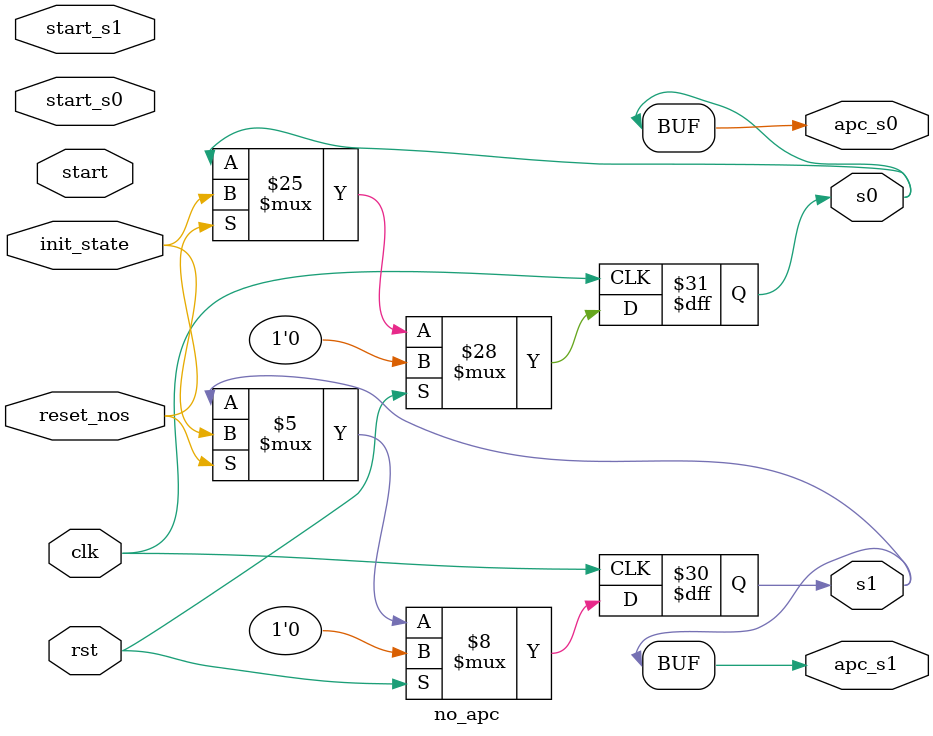
<source format=v>

module no_apc
(
  input clk,
  input start,
  input rst,
  input reset_nos,
  input start_s0,
  input start_s1,
  input init_state,
  output reg [1-1:0] s0,
  output reg [1-1:0] s1,
  output [1-1:0] apc_s0,
  output [1-1:0] apc_s1
);

  reg pass;

  always @(posedge clk) begin
    if(rst) begin
      s0 <= 1'd0;
      pass <= 1'b0;
    end else begin
      if(reset_nos) begin
        s0 <= init_state;
        pass <= 1;
      end else begin
        if(start_s0) begin
          if(pass) begin
            s0 <=  s0 ;
            pass <= 0;
          end else begin
            pass <= 1;
          end
        end 
      end
    end
  end


  always @(posedge clk) begin
    if(rst) begin
      s1 <= 1'd0;
    end else begin
      if(reset_nos) begin
        s1 <= init_state;
      end else begin
        if(start_s1) begin
          s1 <=  s1 ;
        end 
      end
    end
  end

  assign apc_s0 = s0;
  assign apc_s1 = s1;

endmodule

</source>
